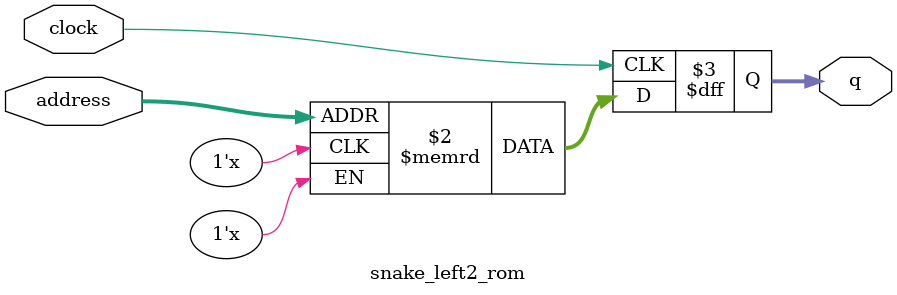
<source format=sv>
module snake_left2_rom (
	input logic clock,
	input logic [9:0] address,
	output logic [3:0] q
);

logic [3:0] memory [0:944] /* synthesis ram_init_file = "./snake_left2.mif" */;

always_ff @ (posedge clock) begin
	q <= memory[address];
end

endmodule

</source>
